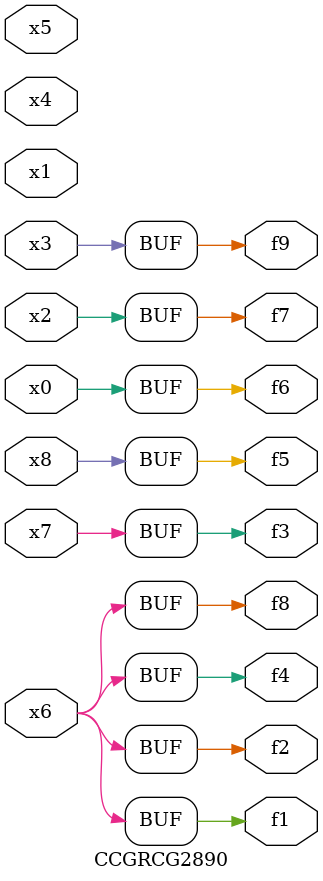
<source format=v>
module CCGRCG2890(
	input x0, x1, x2, x3, x4, x5, x6, x7, x8,
	output f1, f2, f3, f4, f5, f6, f7, f8, f9
);
	assign f1 = x6;
	assign f2 = x6;
	assign f3 = x7;
	assign f4 = x6;
	assign f5 = x8;
	assign f6 = x0;
	assign f7 = x2;
	assign f8 = x6;
	assign f9 = x3;
endmodule

</source>
